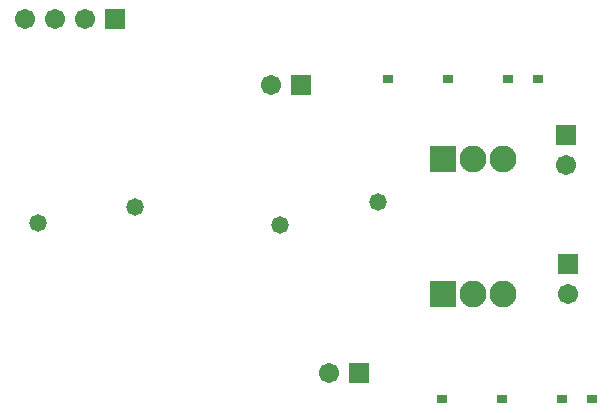
<source format=gbs>
G04*
G04 #@! TF.GenerationSoftware,Altium Limited,Altium Designer,21.6.4 (81)*
G04*
G04 Layer_Color=16711935*
%FSLAX25Y25*%
%MOIN*%
G70*
G04*
G04 #@! TF.SameCoordinates,1C97AE3E-24CA-4656-ADB5-1DC68C47BFAE*
G04*
G04*
G04 #@! TF.FilePolarity,Negative*
G04*
G01*
G75*
%ADD28R,0.03556X0.02572*%
%ADD29R,0.08950X0.08950*%
%ADD30C,0.08950*%
%ADD31R,0.06706X0.06706*%
%ADD32C,0.06706*%
%ADD33R,0.06706X0.06706*%
%ADD34C,0.05800*%
D28*
X78535Y19386D02*
D03*
X68535D02*
D03*
X48533D02*
D03*
X28535D02*
D03*
X60500Y126000D02*
D03*
X50500D02*
D03*
X30498D02*
D03*
X10500D02*
D03*
D29*
X29000Y54500D02*
D03*
Y99500D02*
D03*
D30*
X39000Y54500D02*
D03*
X49000D02*
D03*
X39000Y99500D02*
D03*
X49000D02*
D03*
D31*
X70500Y64500D02*
D03*
X70000Y107500D02*
D03*
D32*
X70500Y54500D02*
D03*
X-9000Y28000D02*
D03*
X-28500Y124000D02*
D03*
X70000Y97500D02*
D03*
X-90500Y146000D02*
D03*
X-100500D02*
D03*
X-110500D02*
D03*
D33*
X1000Y28000D02*
D03*
X-18500Y124000D02*
D03*
X-80500Y146000D02*
D03*
D34*
X7400Y85300D02*
D03*
X-25500Y77500D02*
D03*
X-106000Y78000D02*
D03*
X-73700Y83400D02*
D03*
M02*

</source>
